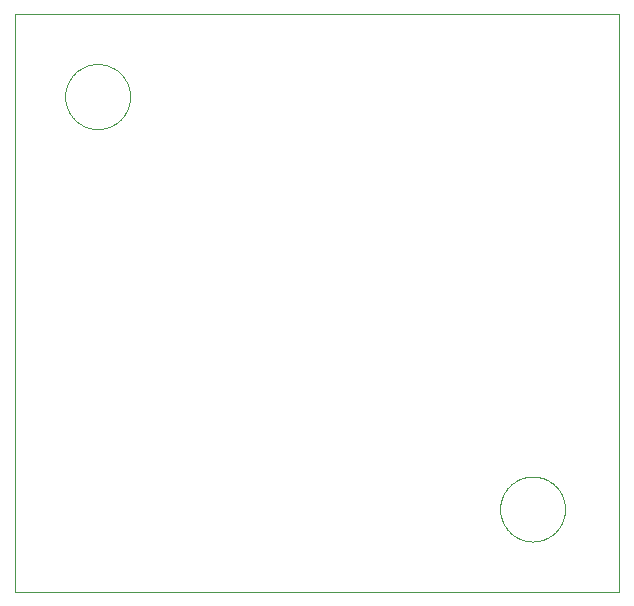
<source format=gbo>
G75*
%MOIN*%
%OFA0B0*%
%FSLAX25Y25*%
%IPPOS*%
%LPD*%
%AMOC8*
5,1,8,0,0,1.08239X$1,22.5*
%
%ADD10C,0.00000*%
D10*
X0001250Y0001250D02*
X0001250Y0193711D01*
X0202451Y0193711D01*
X0202451Y0001250D01*
X0001250Y0001250D01*
X0017923Y0166250D02*
X0017926Y0166516D01*
X0017936Y0166781D01*
X0017952Y0167046D01*
X0017975Y0167311D01*
X0018004Y0167575D01*
X0018040Y0167839D01*
X0018082Y0168101D01*
X0018131Y0168362D01*
X0018186Y0168622D01*
X0018247Y0168881D01*
X0018315Y0169138D01*
X0018389Y0169393D01*
X0018469Y0169646D01*
X0018556Y0169898D01*
X0018648Y0170147D01*
X0018747Y0170393D01*
X0018852Y0170638D01*
X0018963Y0170879D01*
X0019079Y0171118D01*
X0019201Y0171354D01*
X0019330Y0171587D01*
X0019463Y0171816D01*
X0019603Y0172042D01*
X0019748Y0172265D01*
X0019898Y0172484D01*
X0020054Y0172700D01*
X0020215Y0172911D01*
X0020381Y0173119D01*
X0020552Y0173322D01*
X0020728Y0173521D01*
X0020909Y0173716D01*
X0021094Y0173906D01*
X0021284Y0174091D01*
X0021479Y0174272D01*
X0021678Y0174448D01*
X0021881Y0174619D01*
X0022089Y0174785D01*
X0022300Y0174946D01*
X0022516Y0175102D01*
X0022735Y0175252D01*
X0022958Y0175397D01*
X0023184Y0175537D01*
X0023413Y0175670D01*
X0023646Y0175799D01*
X0023882Y0175921D01*
X0024121Y0176037D01*
X0024362Y0176148D01*
X0024607Y0176253D01*
X0024853Y0176352D01*
X0025102Y0176444D01*
X0025354Y0176531D01*
X0025607Y0176611D01*
X0025862Y0176685D01*
X0026119Y0176753D01*
X0026378Y0176814D01*
X0026638Y0176869D01*
X0026899Y0176918D01*
X0027161Y0176960D01*
X0027425Y0176996D01*
X0027689Y0177025D01*
X0027954Y0177048D01*
X0028219Y0177064D01*
X0028484Y0177074D01*
X0028750Y0177077D01*
X0029016Y0177074D01*
X0029281Y0177064D01*
X0029546Y0177048D01*
X0029811Y0177025D01*
X0030075Y0176996D01*
X0030339Y0176960D01*
X0030601Y0176918D01*
X0030862Y0176869D01*
X0031122Y0176814D01*
X0031381Y0176753D01*
X0031638Y0176685D01*
X0031893Y0176611D01*
X0032146Y0176531D01*
X0032398Y0176444D01*
X0032647Y0176352D01*
X0032893Y0176253D01*
X0033138Y0176148D01*
X0033379Y0176037D01*
X0033618Y0175921D01*
X0033854Y0175799D01*
X0034087Y0175670D01*
X0034316Y0175537D01*
X0034542Y0175397D01*
X0034765Y0175252D01*
X0034984Y0175102D01*
X0035200Y0174946D01*
X0035411Y0174785D01*
X0035619Y0174619D01*
X0035822Y0174448D01*
X0036021Y0174272D01*
X0036216Y0174091D01*
X0036406Y0173906D01*
X0036591Y0173716D01*
X0036772Y0173521D01*
X0036948Y0173322D01*
X0037119Y0173119D01*
X0037285Y0172911D01*
X0037446Y0172700D01*
X0037602Y0172484D01*
X0037752Y0172265D01*
X0037897Y0172042D01*
X0038037Y0171816D01*
X0038170Y0171587D01*
X0038299Y0171354D01*
X0038421Y0171118D01*
X0038537Y0170879D01*
X0038648Y0170638D01*
X0038753Y0170393D01*
X0038852Y0170147D01*
X0038944Y0169898D01*
X0039031Y0169646D01*
X0039111Y0169393D01*
X0039185Y0169138D01*
X0039253Y0168881D01*
X0039314Y0168622D01*
X0039369Y0168362D01*
X0039418Y0168101D01*
X0039460Y0167839D01*
X0039496Y0167575D01*
X0039525Y0167311D01*
X0039548Y0167046D01*
X0039564Y0166781D01*
X0039574Y0166516D01*
X0039577Y0166250D01*
X0039574Y0165984D01*
X0039564Y0165719D01*
X0039548Y0165454D01*
X0039525Y0165189D01*
X0039496Y0164925D01*
X0039460Y0164661D01*
X0039418Y0164399D01*
X0039369Y0164138D01*
X0039314Y0163878D01*
X0039253Y0163619D01*
X0039185Y0163362D01*
X0039111Y0163107D01*
X0039031Y0162854D01*
X0038944Y0162602D01*
X0038852Y0162353D01*
X0038753Y0162107D01*
X0038648Y0161862D01*
X0038537Y0161621D01*
X0038421Y0161382D01*
X0038299Y0161146D01*
X0038170Y0160913D01*
X0038037Y0160684D01*
X0037897Y0160458D01*
X0037752Y0160235D01*
X0037602Y0160016D01*
X0037446Y0159800D01*
X0037285Y0159589D01*
X0037119Y0159381D01*
X0036948Y0159178D01*
X0036772Y0158979D01*
X0036591Y0158784D01*
X0036406Y0158594D01*
X0036216Y0158409D01*
X0036021Y0158228D01*
X0035822Y0158052D01*
X0035619Y0157881D01*
X0035411Y0157715D01*
X0035200Y0157554D01*
X0034984Y0157398D01*
X0034765Y0157248D01*
X0034542Y0157103D01*
X0034316Y0156963D01*
X0034087Y0156830D01*
X0033854Y0156701D01*
X0033618Y0156579D01*
X0033379Y0156463D01*
X0033138Y0156352D01*
X0032893Y0156247D01*
X0032647Y0156148D01*
X0032398Y0156056D01*
X0032146Y0155969D01*
X0031893Y0155889D01*
X0031638Y0155815D01*
X0031381Y0155747D01*
X0031122Y0155686D01*
X0030862Y0155631D01*
X0030601Y0155582D01*
X0030339Y0155540D01*
X0030075Y0155504D01*
X0029811Y0155475D01*
X0029546Y0155452D01*
X0029281Y0155436D01*
X0029016Y0155426D01*
X0028750Y0155423D01*
X0028484Y0155426D01*
X0028219Y0155436D01*
X0027954Y0155452D01*
X0027689Y0155475D01*
X0027425Y0155504D01*
X0027161Y0155540D01*
X0026899Y0155582D01*
X0026638Y0155631D01*
X0026378Y0155686D01*
X0026119Y0155747D01*
X0025862Y0155815D01*
X0025607Y0155889D01*
X0025354Y0155969D01*
X0025102Y0156056D01*
X0024853Y0156148D01*
X0024607Y0156247D01*
X0024362Y0156352D01*
X0024121Y0156463D01*
X0023882Y0156579D01*
X0023646Y0156701D01*
X0023413Y0156830D01*
X0023184Y0156963D01*
X0022958Y0157103D01*
X0022735Y0157248D01*
X0022516Y0157398D01*
X0022300Y0157554D01*
X0022089Y0157715D01*
X0021881Y0157881D01*
X0021678Y0158052D01*
X0021479Y0158228D01*
X0021284Y0158409D01*
X0021094Y0158594D01*
X0020909Y0158784D01*
X0020728Y0158979D01*
X0020552Y0159178D01*
X0020381Y0159381D01*
X0020215Y0159589D01*
X0020054Y0159800D01*
X0019898Y0160016D01*
X0019748Y0160235D01*
X0019603Y0160458D01*
X0019463Y0160684D01*
X0019330Y0160913D01*
X0019201Y0161146D01*
X0019079Y0161382D01*
X0018963Y0161621D01*
X0018852Y0161862D01*
X0018747Y0162107D01*
X0018648Y0162353D01*
X0018556Y0162602D01*
X0018469Y0162854D01*
X0018389Y0163107D01*
X0018315Y0163362D01*
X0018247Y0163619D01*
X0018186Y0163878D01*
X0018131Y0164138D01*
X0018082Y0164399D01*
X0018040Y0164661D01*
X0018004Y0164925D01*
X0017975Y0165189D01*
X0017952Y0165454D01*
X0017936Y0165719D01*
X0017926Y0165984D01*
X0017923Y0166250D01*
X0162923Y0028750D02*
X0162926Y0029016D01*
X0162936Y0029281D01*
X0162952Y0029546D01*
X0162975Y0029811D01*
X0163004Y0030075D01*
X0163040Y0030339D01*
X0163082Y0030601D01*
X0163131Y0030862D01*
X0163186Y0031122D01*
X0163247Y0031381D01*
X0163315Y0031638D01*
X0163389Y0031893D01*
X0163469Y0032146D01*
X0163556Y0032398D01*
X0163648Y0032647D01*
X0163747Y0032893D01*
X0163852Y0033138D01*
X0163963Y0033379D01*
X0164079Y0033618D01*
X0164201Y0033854D01*
X0164330Y0034087D01*
X0164463Y0034316D01*
X0164603Y0034542D01*
X0164748Y0034765D01*
X0164898Y0034984D01*
X0165054Y0035200D01*
X0165215Y0035411D01*
X0165381Y0035619D01*
X0165552Y0035822D01*
X0165728Y0036021D01*
X0165909Y0036216D01*
X0166094Y0036406D01*
X0166284Y0036591D01*
X0166479Y0036772D01*
X0166678Y0036948D01*
X0166881Y0037119D01*
X0167089Y0037285D01*
X0167300Y0037446D01*
X0167516Y0037602D01*
X0167735Y0037752D01*
X0167958Y0037897D01*
X0168184Y0038037D01*
X0168413Y0038170D01*
X0168646Y0038299D01*
X0168882Y0038421D01*
X0169121Y0038537D01*
X0169362Y0038648D01*
X0169607Y0038753D01*
X0169853Y0038852D01*
X0170102Y0038944D01*
X0170354Y0039031D01*
X0170607Y0039111D01*
X0170862Y0039185D01*
X0171119Y0039253D01*
X0171378Y0039314D01*
X0171638Y0039369D01*
X0171899Y0039418D01*
X0172161Y0039460D01*
X0172425Y0039496D01*
X0172689Y0039525D01*
X0172954Y0039548D01*
X0173219Y0039564D01*
X0173484Y0039574D01*
X0173750Y0039577D01*
X0174016Y0039574D01*
X0174281Y0039564D01*
X0174546Y0039548D01*
X0174811Y0039525D01*
X0175075Y0039496D01*
X0175339Y0039460D01*
X0175601Y0039418D01*
X0175862Y0039369D01*
X0176122Y0039314D01*
X0176381Y0039253D01*
X0176638Y0039185D01*
X0176893Y0039111D01*
X0177146Y0039031D01*
X0177398Y0038944D01*
X0177647Y0038852D01*
X0177893Y0038753D01*
X0178138Y0038648D01*
X0178379Y0038537D01*
X0178618Y0038421D01*
X0178854Y0038299D01*
X0179087Y0038170D01*
X0179316Y0038037D01*
X0179542Y0037897D01*
X0179765Y0037752D01*
X0179984Y0037602D01*
X0180200Y0037446D01*
X0180411Y0037285D01*
X0180619Y0037119D01*
X0180822Y0036948D01*
X0181021Y0036772D01*
X0181216Y0036591D01*
X0181406Y0036406D01*
X0181591Y0036216D01*
X0181772Y0036021D01*
X0181948Y0035822D01*
X0182119Y0035619D01*
X0182285Y0035411D01*
X0182446Y0035200D01*
X0182602Y0034984D01*
X0182752Y0034765D01*
X0182897Y0034542D01*
X0183037Y0034316D01*
X0183170Y0034087D01*
X0183299Y0033854D01*
X0183421Y0033618D01*
X0183537Y0033379D01*
X0183648Y0033138D01*
X0183753Y0032893D01*
X0183852Y0032647D01*
X0183944Y0032398D01*
X0184031Y0032146D01*
X0184111Y0031893D01*
X0184185Y0031638D01*
X0184253Y0031381D01*
X0184314Y0031122D01*
X0184369Y0030862D01*
X0184418Y0030601D01*
X0184460Y0030339D01*
X0184496Y0030075D01*
X0184525Y0029811D01*
X0184548Y0029546D01*
X0184564Y0029281D01*
X0184574Y0029016D01*
X0184577Y0028750D01*
X0184574Y0028484D01*
X0184564Y0028219D01*
X0184548Y0027954D01*
X0184525Y0027689D01*
X0184496Y0027425D01*
X0184460Y0027161D01*
X0184418Y0026899D01*
X0184369Y0026638D01*
X0184314Y0026378D01*
X0184253Y0026119D01*
X0184185Y0025862D01*
X0184111Y0025607D01*
X0184031Y0025354D01*
X0183944Y0025102D01*
X0183852Y0024853D01*
X0183753Y0024607D01*
X0183648Y0024362D01*
X0183537Y0024121D01*
X0183421Y0023882D01*
X0183299Y0023646D01*
X0183170Y0023413D01*
X0183037Y0023184D01*
X0182897Y0022958D01*
X0182752Y0022735D01*
X0182602Y0022516D01*
X0182446Y0022300D01*
X0182285Y0022089D01*
X0182119Y0021881D01*
X0181948Y0021678D01*
X0181772Y0021479D01*
X0181591Y0021284D01*
X0181406Y0021094D01*
X0181216Y0020909D01*
X0181021Y0020728D01*
X0180822Y0020552D01*
X0180619Y0020381D01*
X0180411Y0020215D01*
X0180200Y0020054D01*
X0179984Y0019898D01*
X0179765Y0019748D01*
X0179542Y0019603D01*
X0179316Y0019463D01*
X0179087Y0019330D01*
X0178854Y0019201D01*
X0178618Y0019079D01*
X0178379Y0018963D01*
X0178138Y0018852D01*
X0177893Y0018747D01*
X0177647Y0018648D01*
X0177398Y0018556D01*
X0177146Y0018469D01*
X0176893Y0018389D01*
X0176638Y0018315D01*
X0176381Y0018247D01*
X0176122Y0018186D01*
X0175862Y0018131D01*
X0175601Y0018082D01*
X0175339Y0018040D01*
X0175075Y0018004D01*
X0174811Y0017975D01*
X0174546Y0017952D01*
X0174281Y0017936D01*
X0174016Y0017926D01*
X0173750Y0017923D01*
X0173484Y0017926D01*
X0173219Y0017936D01*
X0172954Y0017952D01*
X0172689Y0017975D01*
X0172425Y0018004D01*
X0172161Y0018040D01*
X0171899Y0018082D01*
X0171638Y0018131D01*
X0171378Y0018186D01*
X0171119Y0018247D01*
X0170862Y0018315D01*
X0170607Y0018389D01*
X0170354Y0018469D01*
X0170102Y0018556D01*
X0169853Y0018648D01*
X0169607Y0018747D01*
X0169362Y0018852D01*
X0169121Y0018963D01*
X0168882Y0019079D01*
X0168646Y0019201D01*
X0168413Y0019330D01*
X0168184Y0019463D01*
X0167958Y0019603D01*
X0167735Y0019748D01*
X0167516Y0019898D01*
X0167300Y0020054D01*
X0167089Y0020215D01*
X0166881Y0020381D01*
X0166678Y0020552D01*
X0166479Y0020728D01*
X0166284Y0020909D01*
X0166094Y0021094D01*
X0165909Y0021284D01*
X0165728Y0021479D01*
X0165552Y0021678D01*
X0165381Y0021881D01*
X0165215Y0022089D01*
X0165054Y0022300D01*
X0164898Y0022516D01*
X0164748Y0022735D01*
X0164603Y0022958D01*
X0164463Y0023184D01*
X0164330Y0023413D01*
X0164201Y0023646D01*
X0164079Y0023882D01*
X0163963Y0024121D01*
X0163852Y0024362D01*
X0163747Y0024607D01*
X0163648Y0024853D01*
X0163556Y0025102D01*
X0163469Y0025354D01*
X0163389Y0025607D01*
X0163315Y0025862D01*
X0163247Y0026119D01*
X0163186Y0026378D01*
X0163131Y0026638D01*
X0163082Y0026899D01*
X0163040Y0027161D01*
X0163004Y0027425D01*
X0162975Y0027689D01*
X0162952Y0027954D01*
X0162936Y0028219D01*
X0162926Y0028484D01*
X0162923Y0028750D01*
M02*

</source>
